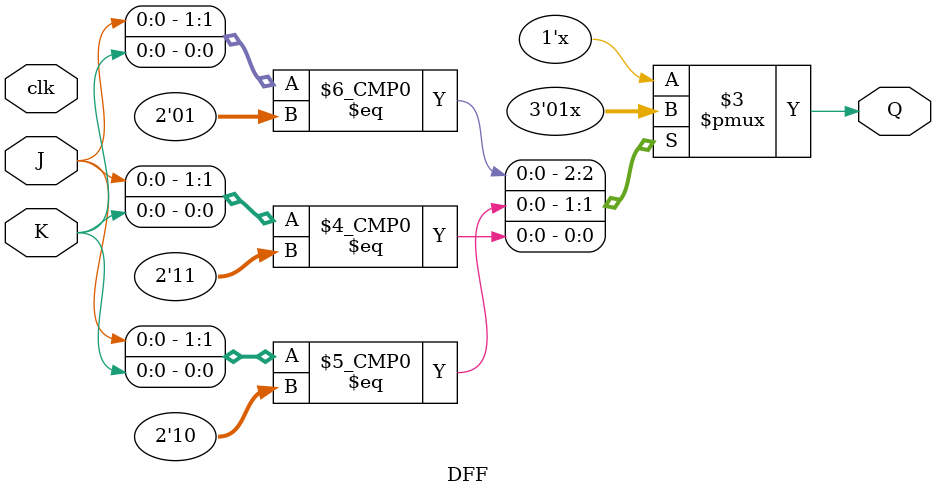
<source format=sv>
module DFF(J, K, clk, Q);
  input J, K ; 
  input clk; 
  output reg Q; 
  
  always @(clk) 
    begin
      case ({J, K})
       
        2'b00:
        
          Q <= Q ;
        
        
        2'b01:
        
          Q <= 0 ;
        
        
        
        2'b10:
        begin
          Q <= 1 ;
        end
        
        
        2'b11:
        begin
          Q <= ~Q ;
        end
      endcase
    end 
  
endmodule 
</source>
